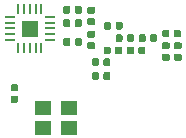
<source format=gbr>
G04 #@! TF.GenerationSoftware,KiCad,Pcbnew,(5.1.5-0-10_14)*
G04 #@! TF.CreationDate,2020-02-28T08:34:56+01:00*
G04 #@! TF.ProjectId,CC1101_Module,43433131-3031-45f4-9d6f-64756c652e6b,rev?*
G04 #@! TF.SameCoordinates,Original*
G04 #@! TF.FileFunction,Paste,Top*
G04 #@! TF.FilePolarity,Positive*
%FSLAX46Y46*%
G04 Gerber Fmt 4.6, Leading zero omitted, Abs format (unit mm)*
G04 Created by KiCad (PCBNEW (5.1.5-0-10_14)) date 2020-02-28 08:34:56*
%MOMM*%
%LPD*%
G04 APERTURE LIST*
%ADD10C,0.010000*%
%ADD11C,0.100000*%
%ADD12R,1.400000X1.200000*%
%ADD13R,0.890000X0.260000*%
%ADD14R,0.260000X0.890000*%
G04 APERTURE END LIST*
D10*
G36*
X58069400Y-45166200D02*
G01*
X59329400Y-45166200D01*
X59329400Y-46426200D01*
X58069400Y-46426200D01*
X58069400Y-45166200D01*
G37*
X58069400Y-45166200D02*
X59329400Y-45166200D01*
X59329400Y-46426200D01*
X58069400Y-46426200D01*
X58069400Y-45166200D01*
D11*
G36*
X71433958Y-47942710D02*
G01*
X71448276Y-47944834D01*
X71462317Y-47948351D01*
X71475946Y-47953228D01*
X71489031Y-47959417D01*
X71501447Y-47966858D01*
X71513073Y-47975481D01*
X71523798Y-47985202D01*
X71533519Y-47995927D01*
X71542142Y-48007553D01*
X71549583Y-48019969D01*
X71555772Y-48033054D01*
X71560649Y-48046683D01*
X71564166Y-48060724D01*
X71566290Y-48075042D01*
X71567000Y-48089500D01*
X71567000Y-48384500D01*
X71566290Y-48398958D01*
X71564166Y-48413276D01*
X71560649Y-48427317D01*
X71555772Y-48440946D01*
X71549583Y-48454031D01*
X71542142Y-48466447D01*
X71533519Y-48478073D01*
X71523798Y-48488798D01*
X71513073Y-48498519D01*
X71501447Y-48507142D01*
X71489031Y-48514583D01*
X71475946Y-48520772D01*
X71462317Y-48525649D01*
X71448276Y-48529166D01*
X71433958Y-48531290D01*
X71419500Y-48532000D01*
X71074500Y-48532000D01*
X71060042Y-48531290D01*
X71045724Y-48529166D01*
X71031683Y-48525649D01*
X71018054Y-48520772D01*
X71004969Y-48514583D01*
X70992553Y-48507142D01*
X70980927Y-48498519D01*
X70970202Y-48488798D01*
X70960481Y-48478073D01*
X70951858Y-48466447D01*
X70944417Y-48454031D01*
X70938228Y-48440946D01*
X70933351Y-48427317D01*
X70929834Y-48413276D01*
X70927710Y-48398958D01*
X70927000Y-48384500D01*
X70927000Y-48089500D01*
X70927710Y-48075042D01*
X70929834Y-48060724D01*
X70933351Y-48046683D01*
X70938228Y-48033054D01*
X70944417Y-48019969D01*
X70951858Y-48007553D01*
X70960481Y-47995927D01*
X70970202Y-47985202D01*
X70980927Y-47975481D01*
X70992553Y-47966858D01*
X71004969Y-47959417D01*
X71018054Y-47953228D01*
X71031683Y-47948351D01*
X71045724Y-47944834D01*
X71060042Y-47942710D01*
X71074500Y-47942000D01*
X71419500Y-47942000D01*
X71433958Y-47942710D01*
G37*
G36*
X71433958Y-46972710D02*
G01*
X71448276Y-46974834D01*
X71462317Y-46978351D01*
X71475946Y-46983228D01*
X71489031Y-46989417D01*
X71501447Y-46996858D01*
X71513073Y-47005481D01*
X71523798Y-47015202D01*
X71533519Y-47025927D01*
X71542142Y-47037553D01*
X71549583Y-47049969D01*
X71555772Y-47063054D01*
X71560649Y-47076683D01*
X71564166Y-47090724D01*
X71566290Y-47105042D01*
X71567000Y-47119500D01*
X71567000Y-47414500D01*
X71566290Y-47428958D01*
X71564166Y-47443276D01*
X71560649Y-47457317D01*
X71555772Y-47470946D01*
X71549583Y-47484031D01*
X71542142Y-47496447D01*
X71533519Y-47508073D01*
X71523798Y-47518798D01*
X71513073Y-47528519D01*
X71501447Y-47537142D01*
X71489031Y-47544583D01*
X71475946Y-47550772D01*
X71462317Y-47555649D01*
X71448276Y-47559166D01*
X71433958Y-47561290D01*
X71419500Y-47562000D01*
X71074500Y-47562000D01*
X71060042Y-47561290D01*
X71045724Y-47559166D01*
X71031683Y-47555649D01*
X71018054Y-47550772D01*
X71004969Y-47544583D01*
X70992553Y-47537142D01*
X70980927Y-47528519D01*
X70970202Y-47518798D01*
X70960481Y-47508073D01*
X70951858Y-47496447D01*
X70944417Y-47484031D01*
X70938228Y-47470946D01*
X70933351Y-47457317D01*
X70929834Y-47443276D01*
X70927710Y-47428958D01*
X70927000Y-47414500D01*
X70927000Y-47119500D01*
X70927710Y-47105042D01*
X70929834Y-47090724D01*
X70933351Y-47076683D01*
X70938228Y-47063054D01*
X70944417Y-47049969D01*
X70951858Y-47037553D01*
X70960481Y-47025927D01*
X70970202Y-47015202D01*
X70980927Y-47005481D01*
X70992553Y-46996858D01*
X71004969Y-46989417D01*
X71018054Y-46983228D01*
X71031683Y-46978351D01*
X71045724Y-46974834D01*
X71060042Y-46972710D01*
X71074500Y-46972000D01*
X71419500Y-46972000D01*
X71433958Y-46972710D01*
G37*
G36*
X70417958Y-46972710D02*
G01*
X70432276Y-46974834D01*
X70446317Y-46978351D01*
X70459946Y-46983228D01*
X70473031Y-46989417D01*
X70485447Y-46996858D01*
X70497073Y-47005481D01*
X70507798Y-47015202D01*
X70517519Y-47025927D01*
X70526142Y-47037553D01*
X70533583Y-47049969D01*
X70539772Y-47063054D01*
X70544649Y-47076683D01*
X70548166Y-47090724D01*
X70550290Y-47105042D01*
X70551000Y-47119500D01*
X70551000Y-47414500D01*
X70550290Y-47428958D01*
X70548166Y-47443276D01*
X70544649Y-47457317D01*
X70539772Y-47470946D01*
X70533583Y-47484031D01*
X70526142Y-47496447D01*
X70517519Y-47508073D01*
X70507798Y-47518798D01*
X70497073Y-47528519D01*
X70485447Y-47537142D01*
X70473031Y-47544583D01*
X70459946Y-47550772D01*
X70446317Y-47555649D01*
X70432276Y-47559166D01*
X70417958Y-47561290D01*
X70403500Y-47562000D01*
X70058500Y-47562000D01*
X70044042Y-47561290D01*
X70029724Y-47559166D01*
X70015683Y-47555649D01*
X70002054Y-47550772D01*
X69988969Y-47544583D01*
X69976553Y-47537142D01*
X69964927Y-47528519D01*
X69954202Y-47518798D01*
X69944481Y-47508073D01*
X69935858Y-47496447D01*
X69928417Y-47484031D01*
X69922228Y-47470946D01*
X69917351Y-47457317D01*
X69913834Y-47443276D01*
X69911710Y-47428958D01*
X69911000Y-47414500D01*
X69911000Y-47119500D01*
X69911710Y-47105042D01*
X69913834Y-47090724D01*
X69917351Y-47076683D01*
X69922228Y-47063054D01*
X69928417Y-47049969D01*
X69935858Y-47037553D01*
X69944481Y-47025927D01*
X69954202Y-47015202D01*
X69964927Y-47005481D01*
X69976553Y-46996858D01*
X69988969Y-46989417D01*
X70002054Y-46983228D01*
X70015683Y-46978351D01*
X70029724Y-46974834D01*
X70044042Y-46972710D01*
X70058500Y-46972000D01*
X70403500Y-46972000D01*
X70417958Y-46972710D01*
G37*
G36*
X70417958Y-47942710D02*
G01*
X70432276Y-47944834D01*
X70446317Y-47948351D01*
X70459946Y-47953228D01*
X70473031Y-47959417D01*
X70485447Y-47966858D01*
X70497073Y-47975481D01*
X70507798Y-47985202D01*
X70517519Y-47995927D01*
X70526142Y-48007553D01*
X70533583Y-48019969D01*
X70539772Y-48033054D01*
X70544649Y-48046683D01*
X70548166Y-48060724D01*
X70550290Y-48075042D01*
X70551000Y-48089500D01*
X70551000Y-48384500D01*
X70550290Y-48398958D01*
X70548166Y-48413276D01*
X70544649Y-48427317D01*
X70539772Y-48440946D01*
X70533583Y-48454031D01*
X70526142Y-48466447D01*
X70517519Y-48478073D01*
X70507798Y-48488798D01*
X70497073Y-48498519D01*
X70485447Y-48507142D01*
X70473031Y-48514583D01*
X70459946Y-48520772D01*
X70446317Y-48525649D01*
X70432276Y-48529166D01*
X70417958Y-48531290D01*
X70403500Y-48532000D01*
X70058500Y-48532000D01*
X70044042Y-48531290D01*
X70029724Y-48529166D01*
X70015683Y-48525649D01*
X70002054Y-48520772D01*
X69988969Y-48514583D01*
X69976553Y-48507142D01*
X69964927Y-48498519D01*
X69954202Y-48488798D01*
X69944481Y-48478073D01*
X69935858Y-48466447D01*
X69928417Y-48454031D01*
X69922228Y-48440946D01*
X69917351Y-48427317D01*
X69913834Y-48413276D01*
X69911710Y-48398958D01*
X69911000Y-48384500D01*
X69911000Y-48089500D01*
X69911710Y-48075042D01*
X69913834Y-48060724D01*
X69917351Y-48046683D01*
X69922228Y-48033054D01*
X69928417Y-48019969D01*
X69935858Y-48007553D01*
X69944481Y-47995927D01*
X69954202Y-47985202D01*
X69964927Y-47975481D01*
X69976553Y-47966858D01*
X69988969Y-47959417D01*
X70002054Y-47953228D01*
X70015683Y-47948351D01*
X70029724Y-47944834D01*
X70044042Y-47942710D01*
X70058500Y-47942000D01*
X70403500Y-47942000D01*
X70417958Y-47942710D01*
G37*
G36*
X70390558Y-45908710D02*
G01*
X70404876Y-45910834D01*
X70418917Y-45914351D01*
X70432546Y-45919228D01*
X70445631Y-45925417D01*
X70458047Y-45932858D01*
X70469673Y-45941481D01*
X70480398Y-45951202D01*
X70490119Y-45961927D01*
X70498742Y-45973553D01*
X70506183Y-45985969D01*
X70512372Y-45999054D01*
X70517249Y-46012683D01*
X70520766Y-46026724D01*
X70522890Y-46041042D01*
X70523600Y-46055500D01*
X70523600Y-46400500D01*
X70522890Y-46414958D01*
X70520766Y-46429276D01*
X70517249Y-46443317D01*
X70512372Y-46456946D01*
X70506183Y-46470031D01*
X70498742Y-46482447D01*
X70490119Y-46494073D01*
X70480398Y-46504798D01*
X70469673Y-46514519D01*
X70458047Y-46523142D01*
X70445631Y-46530583D01*
X70432546Y-46536772D01*
X70418917Y-46541649D01*
X70404876Y-46545166D01*
X70390558Y-46547290D01*
X70376100Y-46548000D01*
X70081100Y-46548000D01*
X70066642Y-46547290D01*
X70052324Y-46545166D01*
X70038283Y-46541649D01*
X70024654Y-46536772D01*
X70011569Y-46530583D01*
X69999153Y-46523142D01*
X69987527Y-46514519D01*
X69976802Y-46504798D01*
X69967081Y-46494073D01*
X69958458Y-46482447D01*
X69951017Y-46470031D01*
X69944828Y-46456946D01*
X69939951Y-46443317D01*
X69936434Y-46429276D01*
X69934310Y-46414958D01*
X69933600Y-46400500D01*
X69933600Y-46055500D01*
X69934310Y-46041042D01*
X69936434Y-46026724D01*
X69939951Y-46012683D01*
X69944828Y-45999054D01*
X69951017Y-45985969D01*
X69958458Y-45973553D01*
X69967081Y-45961927D01*
X69976802Y-45951202D01*
X69987527Y-45941481D01*
X69999153Y-45932858D01*
X70011569Y-45925417D01*
X70024654Y-45919228D01*
X70038283Y-45914351D01*
X70052324Y-45910834D01*
X70066642Y-45908710D01*
X70081100Y-45908000D01*
X70376100Y-45908000D01*
X70390558Y-45908710D01*
G37*
G36*
X71360558Y-45908710D02*
G01*
X71374876Y-45910834D01*
X71388917Y-45914351D01*
X71402546Y-45919228D01*
X71415631Y-45925417D01*
X71428047Y-45932858D01*
X71439673Y-45941481D01*
X71450398Y-45951202D01*
X71460119Y-45961927D01*
X71468742Y-45973553D01*
X71476183Y-45985969D01*
X71482372Y-45999054D01*
X71487249Y-46012683D01*
X71490766Y-46026724D01*
X71492890Y-46041042D01*
X71493600Y-46055500D01*
X71493600Y-46400500D01*
X71492890Y-46414958D01*
X71490766Y-46429276D01*
X71487249Y-46443317D01*
X71482372Y-46456946D01*
X71476183Y-46470031D01*
X71468742Y-46482447D01*
X71460119Y-46494073D01*
X71450398Y-46504798D01*
X71439673Y-46514519D01*
X71428047Y-46523142D01*
X71415631Y-46530583D01*
X71402546Y-46536772D01*
X71388917Y-46541649D01*
X71374876Y-46545166D01*
X71360558Y-46547290D01*
X71346100Y-46548000D01*
X71051100Y-46548000D01*
X71036642Y-46547290D01*
X71022324Y-46545166D01*
X71008283Y-46541649D01*
X70994654Y-46536772D01*
X70981569Y-46530583D01*
X70969153Y-46523142D01*
X70957527Y-46514519D01*
X70946802Y-46504798D01*
X70937081Y-46494073D01*
X70928458Y-46482447D01*
X70921017Y-46470031D01*
X70914828Y-46456946D01*
X70909951Y-46443317D01*
X70906434Y-46429276D01*
X70904310Y-46414958D01*
X70903600Y-46400500D01*
X70903600Y-46055500D01*
X70904310Y-46041042D01*
X70906434Y-46026724D01*
X70909951Y-46012683D01*
X70914828Y-45999054D01*
X70921017Y-45985969D01*
X70928458Y-45973553D01*
X70937081Y-45961927D01*
X70946802Y-45951202D01*
X70957527Y-45941481D01*
X70969153Y-45932858D01*
X70981569Y-45925417D01*
X70994654Y-45919228D01*
X71008283Y-45914351D01*
X71022324Y-45910834D01*
X71036642Y-45908710D01*
X71051100Y-45908000D01*
X71346100Y-45908000D01*
X71360558Y-45908710D01*
G37*
D12*
X62060000Y-54190000D03*
X59860000Y-54190000D03*
X59860000Y-52490000D03*
X62060000Y-52490000D03*
D13*
X60389400Y-44796200D03*
X60389400Y-45296200D03*
X60389400Y-45796200D03*
X60389400Y-46296200D03*
X60389400Y-46796200D03*
X57009400Y-46796200D03*
X57009400Y-46296200D03*
X57009400Y-45796200D03*
X57009400Y-45296200D03*
X57009400Y-44796200D03*
D14*
X57699400Y-44106200D03*
X58199400Y-44106200D03*
X58699400Y-44106200D03*
X59199400Y-44106200D03*
X59699400Y-44106200D03*
X59699400Y-47486200D03*
X59199400Y-47486200D03*
X58699400Y-47486200D03*
X58199400Y-47486200D03*
X57699400Y-47486200D03*
D11*
G36*
X62008558Y-43902110D02*
G01*
X62022876Y-43904234D01*
X62036917Y-43907751D01*
X62050546Y-43912628D01*
X62063631Y-43918817D01*
X62076047Y-43926258D01*
X62087673Y-43934881D01*
X62098398Y-43944602D01*
X62108119Y-43955327D01*
X62116742Y-43966953D01*
X62124183Y-43979369D01*
X62130372Y-43992454D01*
X62135249Y-44006083D01*
X62138766Y-44020124D01*
X62140890Y-44034442D01*
X62141600Y-44048900D01*
X62141600Y-44393900D01*
X62140890Y-44408358D01*
X62138766Y-44422676D01*
X62135249Y-44436717D01*
X62130372Y-44450346D01*
X62124183Y-44463431D01*
X62116742Y-44475847D01*
X62108119Y-44487473D01*
X62098398Y-44498198D01*
X62087673Y-44507919D01*
X62076047Y-44516542D01*
X62063631Y-44523983D01*
X62050546Y-44530172D01*
X62036917Y-44535049D01*
X62022876Y-44538566D01*
X62008558Y-44540690D01*
X61994100Y-44541400D01*
X61699100Y-44541400D01*
X61684642Y-44540690D01*
X61670324Y-44538566D01*
X61656283Y-44535049D01*
X61642654Y-44530172D01*
X61629569Y-44523983D01*
X61617153Y-44516542D01*
X61605527Y-44507919D01*
X61594802Y-44498198D01*
X61585081Y-44487473D01*
X61576458Y-44475847D01*
X61569017Y-44463431D01*
X61562828Y-44450346D01*
X61557951Y-44436717D01*
X61554434Y-44422676D01*
X61552310Y-44408358D01*
X61551600Y-44393900D01*
X61551600Y-44048900D01*
X61552310Y-44034442D01*
X61554434Y-44020124D01*
X61557951Y-44006083D01*
X61562828Y-43992454D01*
X61569017Y-43979369D01*
X61576458Y-43966953D01*
X61585081Y-43955327D01*
X61594802Y-43944602D01*
X61605527Y-43934881D01*
X61617153Y-43926258D01*
X61629569Y-43918817D01*
X61642654Y-43912628D01*
X61656283Y-43907751D01*
X61670324Y-43904234D01*
X61684642Y-43902110D01*
X61699100Y-43901400D01*
X61994100Y-43901400D01*
X62008558Y-43902110D01*
G37*
G36*
X62978558Y-43902110D02*
G01*
X62992876Y-43904234D01*
X63006917Y-43907751D01*
X63020546Y-43912628D01*
X63033631Y-43918817D01*
X63046047Y-43926258D01*
X63057673Y-43934881D01*
X63068398Y-43944602D01*
X63078119Y-43955327D01*
X63086742Y-43966953D01*
X63094183Y-43979369D01*
X63100372Y-43992454D01*
X63105249Y-44006083D01*
X63108766Y-44020124D01*
X63110890Y-44034442D01*
X63111600Y-44048900D01*
X63111600Y-44393900D01*
X63110890Y-44408358D01*
X63108766Y-44422676D01*
X63105249Y-44436717D01*
X63100372Y-44450346D01*
X63094183Y-44463431D01*
X63086742Y-44475847D01*
X63078119Y-44487473D01*
X63068398Y-44498198D01*
X63057673Y-44507919D01*
X63046047Y-44516542D01*
X63033631Y-44523983D01*
X63020546Y-44530172D01*
X63006917Y-44535049D01*
X62992876Y-44538566D01*
X62978558Y-44540690D01*
X62964100Y-44541400D01*
X62669100Y-44541400D01*
X62654642Y-44540690D01*
X62640324Y-44538566D01*
X62626283Y-44535049D01*
X62612654Y-44530172D01*
X62599569Y-44523983D01*
X62587153Y-44516542D01*
X62575527Y-44507919D01*
X62564802Y-44498198D01*
X62555081Y-44487473D01*
X62546458Y-44475847D01*
X62539017Y-44463431D01*
X62532828Y-44450346D01*
X62527951Y-44436717D01*
X62524434Y-44422676D01*
X62522310Y-44408358D01*
X62521600Y-44393900D01*
X62521600Y-44048900D01*
X62522310Y-44034442D01*
X62524434Y-44020124D01*
X62527951Y-44006083D01*
X62532828Y-43992454D01*
X62539017Y-43979369D01*
X62546458Y-43966953D01*
X62555081Y-43955327D01*
X62564802Y-43944602D01*
X62575527Y-43934881D01*
X62587153Y-43926258D01*
X62599569Y-43918817D01*
X62612654Y-43912628D01*
X62626283Y-43907751D01*
X62640324Y-43904234D01*
X62654642Y-43902110D01*
X62669100Y-43901400D01*
X62964100Y-43901400D01*
X62978558Y-43902110D01*
G37*
G36*
X65462958Y-45248310D02*
G01*
X65477276Y-45250434D01*
X65491317Y-45253951D01*
X65504946Y-45258828D01*
X65518031Y-45265017D01*
X65530447Y-45272458D01*
X65542073Y-45281081D01*
X65552798Y-45290802D01*
X65562519Y-45301527D01*
X65571142Y-45313153D01*
X65578583Y-45325569D01*
X65584772Y-45338654D01*
X65589649Y-45352283D01*
X65593166Y-45366324D01*
X65595290Y-45380642D01*
X65596000Y-45395100D01*
X65596000Y-45740100D01*
X65595290Y-45754558D01*
X65593166Y-45768876D01*
X65589649Y-45782917D01*
X65584772Y-45796546D01*
X65578583Y-45809631D01*
X65571142Y-45822047D01*
X65562519Y-45833673D01*
X65552798Y-45844398D01*
X65542073Y-45854119D01*
X65530447Y-45862742D01*
X65518031Y-45870183D01*
X65504946Y-45876372D01*
X65491317Y-45881249D01*
X65477276Y-45884766D01*
X65462958Y-45886890D01*
X65448500Y-45887600D01*
X65153500Y-45887600D01*
X65139042Y-45886890D01*
X65124724Y-45884766D01*
X65110683Y-45881249D01*
X65097054Y-45876372D01*
X65083969Y-45870183D01*
X65071553Y-45862742D01*
X65059927Y-45854119D01*
X65049202Y-45844398D01*
X65039481Y-45833673D01*
X65030858Y-45822047D01*
X65023417Y-45809631D01*
X65017228Y-45796546D01*
X65012351Y-45782917D01*
X65008834Y-45768876D01*
X65006710Y-45754558D01*
X65006000Y-45740100D01*
X65006000Y-45395100D01*
X65006710Y-45380642D01*
X65008834Y-45366324D01*
X65012351Y-45352283D01*
X65017228Y-45338654D01*
X65023417Y-45325569D01*
X65030858Y-45313153D01*
X65039481Y-45301527D01*
X65049202Y-45290802D01*
X65059927Y-45281081D01*
X65071553Y-45272458D01*
X65083969Y-45265017D01*
X65097054Y-45258828D01*
X65110683Y-45253951D01*
X65124724Y-45250434D01*
X65139042Y-45248310D01*
X65153500Y-45247600D01*
X65448500Y-45247600D01*
X65462958Y-45248310D01*
G37*
G36*
X66432958Y-45248310D02*
G01*
X66447276Y-45250434D01*
X66461317Y-45253951D01*
X66474946Y-45258828D01*
X66488031Y-45265017D01*
X66500447Y-45272458D01*
X66512073Y-45281081D01*
X66522798Y-45290802D01*
X66532519Y-45301527D01*
X66541142Y-45313153D01*
X66548583Y-45325569D01*
X66554772Y-45338654D01*
X66559649Y-45352283D01*
X66563166Y-45366324D01*
X66565290Y-45380642D01*
X66566000Y-45395100D01*
X66566000Y-45740100D01*
X66565290Y-45754558D01*
X66563166Y-45768876D01*
X66559649Y-45782917D01*
X66554772Y-45796546D01*
X66548583Y-45809631D01*
X66541142Y-45822047D01*
X66532519Y-45833673D01*
X66522798Y-45844398D01*
X66512073Y-45854119D01*
X66500447Y-45862742D01*
X66488031Y-45870183D01*
X66474946Y-45876372D01*
X66461317Y-45881249D01*
X66447276Y-45884766D01*
X66432958Y-45886890D01*
X66418500Y-45887600D01*
X66123500Y-45887600D01*
X66109042Y-45886890D01*
X66094724Y-45884766D01*
X66080683Y-45881249D01*
X66067054Y-45876372D01*
X66053969Y-45870183D01*
X66041553Y-45862742D01*
X66029927Y-45854119D01*
X66019202Y-45844398D01*
X66009481Y-45833673D01*
X66000858Y-45822047D01*
X65993417Y-45809631D01*
X65987228Y-45796546D01*
X65982351Y-45782917D01*
X65978834Y-45768876D01*
X65976710Y-45754558D01*
X65976000Y-45740100D01*
X65976000Y-45395100D01*
X65976710Y-45380642D01*
X65978834Y-45366324D01*
X65982351Y-45352283D01*
X65987228Y-45338654D01*
X65993417Y-45325569D01*
X66000858Y-45313153D01*
X66009481Y-45301527D01*
X66019202Y-45290802D01*
X66029927Y-45281081D01*
X66041553Y-45272458D01*
X66053969Y-45265017D01*
X66067054Y-45258828D01*
X66080683Y-45253951D01*
X66094724Y-45250434D01*
X66109042Y-45248310D01*
X66123500Y-45247600D01*
X66418500Y-45247600D01*
X66432958Y-45248310D01*
G37*
G36*
X62978558Y-45019710D02*
G01*
X62992876Y-45021834D01*
X63006917Y-45025351D01*
X63020546Y-45030228D01*
X63033631Y-45036417D01*
X63046047Y-45043858D01*
X63057673Y-45052481D01*
X63068398Y-45062202D01*
X63078119Y-45072927D01*
X63086742Y-45084553D01*
X63094183Y-45096969D01*
X63100372Y-45110054D01*
X63105249Y-45123683D01*
X63108766Y-45137724D01*
X63110890Y-45152042D01*
X63111600Y-45166500D01*
X63111600Y-45511500D01*
X63110890Y-45525958D01*
X63108766Y-45540276D01*
X63105249Y-45554317D01*
X63100372Y-45567946D01*
X63094183Y-45581031D01*
X63086742Y-45593447D01*
X63078119Y-45605073D01*
X63068398Y-45615798D01*
X63057673Y-45625519D01*
X63046047Y-45634142D01*
X63033631Y-45641583D01*
X63020546Y-45647772D01*
X63006917Y-45652649D01*
X62992876Y-45656166D01*
X62978558Y-45658290D01*
X62964100Y-45659000D01*
X62669100Y-45659000D01*
X62654642Y-45658290D01*
X62640324Y-45656166D01*
X62626283Y-45652649D01*
X62612654Y-45647772D01*
X62599569Y-45641583D01*
X62587153Y-45634142D01*
X62575527Y-45625519D01*
X62564802Y-45615798D01*
X62555081Y-45605073D01*
X62546458Y-45593447D01*
X62539017Y-45581031D01*
X62532828Y-45567946D01*
X62527951Y-45554317D01*
X62524434Y-45540276D01*
X62522310Y-45525958D01*
X62521600Y-45511500D01*
X62521600Y-45166500D01*
X62522310Y-45152042D01*
X62524434Y-45137724D01*
X62527951Y-45123683D01*
X62532828Y-45110054D01*
X62539017Y-45096969D01*
X62546458Y-45084553D01*
X62555081Y-45072927D01*
X62564802Y-45062202D01*
X62575527Y-45052481D01*
X62587153Y-45043858D01*
X62599569Y-45036417D01*
X62612654Y-45030228D01*
X62626283Y-45025351D01*
X62640324Y-45021834D01*
X62654642Y-45019710D01*
X62669100Y-45019000D01*
X62964100Y-45019000D01*
X62978558Y-45019710D01*
G37*
G36*
X62008558Y-45019710D02*
G01*
X62022876Y-45021834D01*
X62036917Y-45025351D01*
X62050546Y-45030228D01*
X62063631Y-45036417D01*
X62076047Y-45043858D01*
X62087673Y-45052481D01*
X62098398Y-45062202D01*
X62108119Y-45072927D01*
X62116742Y-45084553D01*
X62124183Y-45096969D01*
X62130372Y-45110054D01*
X62135249Y-45123683D01*
X62138766Y-45137724D01*
X62140890Y-45152042D01*
X62141600Y-45166500D01*
X62141600Y-45511500D01*
X62140890Y-45525958D01*
X62138766Y-45540276D01*
X62135249Y-45554317D01*
X62130372Y-45567946D01*
X62124183Y-45581031D01*
X62116742Y-45593447D01*
X62108119Y-45605073D01*
X62098398Y-45615798D01*
X62087673Y-45625519D01*
X62076047Y-45634142D01*
X62063631Y-45641583D01*
X62050546Y-45647772D01*
X62036917Y-45652649D01*
X62022876Y-45656166D01*
X62008558Y-45658290D01*
X61994100Y-45659000D01*
X61699100Y-45659000D01*
X61684642Y-45658290D01*
X61670324Y-45656166D01*
X61656283Y-45652649D01*
X61642654Y-45647772D01*
X61629569Y-45641583D01*
X61617153Y-45634142D01*
X61605527Y-45625519D01*
X61594802Y-45615798D01*
X61585081Y-45605073D01*
X61576458Y-45593447D01*
X61569017Y-45581031D01*
X61562828Y-45567946D01*
X61557951Y-45554317D01*
X61554434Y-45540276D01*
X61552310Y-45525958D01*
X61551600Y-45511500D01*
X61551600Y-45166500D01*
X61552310Y-45152042D01*
X61554434Y-45137724D01*
X61557951Y-45123683D01*
X61562828Y-45110054D01*
X61569017Y-45096969D01*
X61576458Y-45084553D01*
X61585081Y-45072927D01*
X61594802Y-45062202D01*
X61605527Y-45052481D01*
X61617153Y-45043858D01*
X61629569Y-45036417D01*
X61642654Y-45030228D01*
X61656283Y-45025351D01*
X61670324Y-45021834D01*
X61684642Y-45019710D01*
X61699100Y-45019000D01*
X61994100Y-45019000D01*
X62008558Y-45019710D01*
G37*
G36*
X68383958Y-46289710D02*
G01*
X68398276Y-46291834D01*
X68412317Y-46295351D01*
X68425946Y-46300228D01*
X68439031Y-46306417D01*
X68451447Y-46313858D01*
X68463073Y-46322481D01*
X68473798Y-46332202D01*
X68483519Y-46342927D01*
X68492142Y-46354553D01*
X68499583Y-46366969D01*
X68505772Y-46380054D01*
X68510649Y-46393683D01*
X68514166Y-46407724D01*
X68516290Y-46422042D01*
X68517000Y-46436500D01*
X68517000Y-46781500D01*
X68516290Y-46795958D01*
X68514166Y-46810276D01*
X68510649Y-46824317D01*
X68505772Y-46837946D01*
X68499583Y-46851031D01*
X68492142Y-46863447D01*
X68483519Y-46875073D01*
X68473798Y-46885798D01*
X68463073Y-46895519D01*
X68451447Y-46904142D01*
X68439031Y-46911583D01*
X68425946Y-46917772D01*
X68412317Y-46922649D01*
X68398276Y-46926166D01*
X68383958Y-46928290D01*
X68369500Y-46929000D01*
X68074500Y-46929000D01*
X68060042Y-46928290D01*
X68045724Y-46926166D01*
X68031683Y-46922649D01*
X68018054Y-46917772D01*
X68004969Y-46911583D01*
X67992553Y-46904142D01*
X67980927Y-46895519D01*
X67970202Y-46885798D01*
X67960481Y-46875073D01*
X67951858Y-46863447D01*
X67944417Y-46851031D01*
X67938228Y-46837946D01*
X67933351Y-46824317D01*
X67929834Y-46810276D01*
X67927710Y-46795958D01*
X67927000Y-46781500D01*
X67927000Y-46436500D01*
X67927710Y-46422042D01*
X67929834Y-46407724D01*
X67933351Y-46393683D01*
X67938228Y-46380054D01*
X67944417Y-46366969D01*
X67951858Y-46354553D01*
X67960481Y-46342927D01*
X67970202Y-46332202D01*
X67980927Y-46322481D01*
X67992553Y-46313858D01*
X68004969Y-46306417D01*
X68018054Y-46300228D01*
X68031683Y-46295351D01*
X68045724Y-46291834D01*
X68060042Y-46289710D01*
X68074500Y-46289000D01*
X68369500Y-46289000D01*
X68383958Y-46289710D01*
G37*
G36*
X69353958Y-46289710D02*
G01*
X69368276Y-46291834D01*
X69382317Y-46295351D01*
X69395946Y-46300228D01*
X69409031Y-46306417D01*
X69421447Y-46313858D01*
X69433073Y-46322481D01*
X69443798Y-46332202D01*
X69453519Y-46342927D01*
X69462142Y-46354553D01*
X69469583Y-46366969D01*
X69475772Y-46380054D01*
X69480649Y-46393683D01*
X69484166Y-46407724D01*
X69486290Y-46422042D01*
X69487000Y-46436500D01*
X69487000Y-46781500D01*
X69486290Y-46795958D01*
X69484166Y-46810276D01*
X69480649Y-46824317D01*
X69475772Y-46837946D01*
X69469583Y-46851031D01*
X69462142Y-46863447D01*
X69453519Y-46875073D01*
X69443798Y-46885798D01*
X69433073Y-46895519D01*
X69421447Y-46904142D01*
X69409031Y-46911583D01*
X69395946Y-46917772D01*
X69382317Y-46922649D01*
X69368276Y-46926166D01*
X69353958Y-46928290D01*
X69339500Y-46929000D01*
X69044500Y-46929000D01*
X69030042Y-46928290D01*
X69015724Y-46926166D01*
X69001683Y-46922649D01*
X68988054Y-46917772D01*
X68974969Y-46911583D01*
X68962553Y-46904142D01*
X68950927Y-46895519D01*
X68940202Y-46885798D01*
X68930481Y-46875073D01*
X68921858Y-46863447D01*
X68914417Y-46851031D01*
X68908228Y-46837946D01*
X68903351Y-46824317D01*
X68899834Y-46810276D01*
X68897710Y-46795958D01*
X68897000Y-46781500D01*
X68897000Y-46436500D01*
X68897710Y-46422042D01*
X68899834Y-46407724D01*
X68903351Y-46393683D01*
X68908228Y-46380054D01*
X68914417Y-46366969D01*
X68921858Y-46354553D01*
X68930481Y-46342927D01*
X68940202Y-46332202D01*
X68950927Y-46322481D01*
X68962553Y-46313858D01*
X68974969Y-46306417D01*
X68988054Y-46300228D01*
X69001683Y-46295351D01*
X69015724Y-46291834D01*
X69030042Y-46289710D01*
X69044500Y-46289000D01*
X69339500Y-46289000D01*
X69353958Y-46289710D01*
G37*
G36*
X66428158Y-46289710D02*
G01*
X66442476Y-46291834D01*
X66456517Y-46295351D01*
X66470146Y-46300228D01*
X66483231Y-46306417D01*
X66495647Y-46313858D01*
X66507273Y-46322481D01*
X66517998Y-46332202D01*
X66527719Y-46342927D01*
X66536342Y-46354553D01*
X66543783Y-46366969D01*
X66549972Y-46380054D01*
X66554849Y-46393683D01*
X66558366Y-46407724D01*
X66560490Y-46422042D01*
X66561200Y-46436500D01*
X66561200Y-46781500D01*
X66560490Y-46795958D01*
X66558366Y-46810276D01*
X66554849Y-46824317D01*
X66549972Y-46837946D01*
X66543783Y-46851031D01*
X66536342Y-46863447D01*
X66527719Y-46875073D01*
X66517998Y-46885798D01*
X66507273Y-46895519D01*
X66495647Y-46904142D01*
X66483231Y-46911583D01*
X66470146Y-46917772D01*
X66456517Y-46922649D01*
X66442476Y-46926166D01*
X66428158Y-46928290D01*
X66413700Y-46929000D01*
X66118700Y-46929000D01*
X66104242Y-46928290D01*
X66089924Y-46926166D01*
X66075883Y-46922649D01*
X66062254Y-46917772D01*
X66049169Y-46911583D01*
X66036753Y-46904142D01*
X66025127Y-46895519D01*
X66014402Y-46885798D01*
X66004681Y-46875073D01*
X65996058Y-46863447D01*
X65988617Y-46851031D01*
X65982428Y-46837946D01*
X65977551Y-46824317D01*
X65974034Y-46810276D01*
X65971910Y-46795958D01*
X65971200Y-46781500D01*
X65971200Y-46436500D01*
X65971910Y-46422042D01*
X65974034Y-46407724D01*
X65977551Y-46393683D01*
X65982428Y-46380054D01*
X65988617Y-46366969D01*
X65996058Y-46354553D01*
X66004681Y-46342927D01*
X66014402Y-46332202D01*
X66025127Y-46322481D01*
X66036753Y-46313858D01*
X66049169Y-46306417D01*
X66062254Y-46300228D01*
X66075883Y-46295351D01*
X66089924Y-46291834D01*
X66104242Y-46289710D01*
X66118700Y-46289000D01*
X66413700Y-46289000D01*
X66428158Y-46289710D01*
G37*
G36*
X67398158Y-46289710D02*
G01*
X67412476Y-46291834D01*
X67426517Y-46295351D01*
X67440146Y-46300228D01*
X67453231Y-46306417D01*
X67465647Y-46313858D01*
X67477273Y-46322481D01*
X67487998Y-46332202D01*
X67497719Y-46342927D01*
X67506342Y-46354553D01*
X67513783Y-46366969D01*
X67519972Y-46380054D01*
X67524849Y-46393683D01*
X67528366Y-46407724D01*
X67530490Y-46422042D01*
X67531200Y-46436500D01*
X67531200Y-46781500D01*
X67530490Y-46795958D01*
X67528366Y-46810276D01*
X67524849Y-46824317D01*
X67519972Y-46837946D01*
X67513783Y-46851031D01*
X67506342Y-46863447D01*
X67497719Y-46875073D01*
X67487998Y-46885798D01*
X67477273Y-46895519D01*
X67465647Y-46904142D01*
X67453231Y-46911583D01*
X67440146Y-46917772D01*
X67426517Y-46922649D01*
X67412476Y-46926166D01*
X67398158Y-46928290D01*
X67383700Y-46929000D01*
X67088700Y-46929000D01*
X67074242Y-46928290D01*
X67059924Y-46926166D01*
X67045883Y-46922649D01*
X67032254Y-46917772D01*
X67019169Y-46911583D01*
X67006753Y-46904142D01*
X66995127Y-46895519D01*
X66984402Y-46885798D01*
X66974681Y-46875073D01*
X66966058Y-46863447D01*
X66958617Y-46851031D01*
X66952428Y-46837946D01*
X66947551Y-46824317D01*
X66944034Y-46810276D01*
X66941910Y-46795958D01*
X66941200Y-46781500D01*
X66941200Y-46436500D01*
X66941910Y-46422042D01*
X66944034Y-46407724D01*
X66947551Y-46393683D01*
X66952428Y-46380054D01*
X66958617Y-46366969D01*
X66966058Y-46354553D01*
X66974681Y-46342927D01*
X66984402Y-46332202D01*
X66995127Y-46322481D01*
X67006753Y-46313858D01*
X67019169Y-46306417D01*
X67032254Y-46300228D01*
X67045883Y-46295351D01*
X67059924Y-46291834D01*
X67074242Y-46289710D01*
X67088700Y-46289000D01*
X67383700Y-46289000D01*
X67398158Y-46289710D01*
G37*
G36*
X65404258Y-48334410D02*
G01*
X65418576Y-48336534D01*
X65432617Y-48340051D01*
X65446246Y-48344928D01*
X65459331Y-48351117D01*
X65471747Y-48358558D01*
X65483373Y-48367181D01*
X65494098Y-48376902D01*
X65503819Y-48387627D01*
X65512442Y-48399253D01*
X65519883Y-48411669D01*
X65526072Y-48424754D01*
X65530949Y-48438383D01*
X65534466Y-48452424D01*
X65536590Y-48466742D01*
X65537300Y-48481200D01*
X65537300Y-48826200D01*
X65536590Y-48840658D01*
X65534466Y-48854976D01*
X65530949Y-48869017D01*
X65526072Y-48882646D01*
X65519883Y-48895731D01*
X65512442Y-48908147D01*
X65503819Y-48919773D01*
X65494098Y-48930498D01*
X65483373Y-48940219D01*
X65471747Y-48948842D01*
X65459331Y-48956283D01*
X65446246Y-48962472D01*
X65432617Y-48967349D01*
X65418576Y-48970866D01*
X65404258Y-48972990D01*
X65389800Y-48973700D01*
X65094800Y-48973700D01*
X65080342Y-48972990D01*
X65066024Y-48970866D01*
X65051983Y-48967349D01*
X65038354Y-48962472D01*
X65025269Y-48956283D01*
X65012853Y-48948842D01*
X65001227Y-48940219D01*
X64990502Y-48930498D01*
X64980781Y-48919773D01*
X64972158Y-48908147D01*
X64964717Y-48895731D01*
X64958528Y-48882646D01*
X64953651Y-48869017D01*
X64950134Y-48854976D01*
X64948010Y-48840658D01*
X64947300Y-48826200D01*
X64947300Y-48481200D01*
X64948010Y-48466742D01*
X64950134Y-48452424D01*
X64953651Y-48438383D01*
X64958528Y-48424754D01*
X64964717Y-48411669D01*
X64972158Y-48399253D01*
X64980781Y-48387627D01*
X64990502Y-48376902D01*
X65001227Y-48367181D01*
X65012853Y-48358558D01*
X65025269Y-48351117D01*
X65038354Y-48344928D01*
X65051983Y-48340051D01*
X65066024Y-48336534D01*
X65080342Y-48334410D01*
X65094800Y-48333700D01*
X65389800Y-48333700D01*
X65404258Y-48334410D01*
G37*
G36*
X64434258Y-48334410D02*
G01*
X64448576Y-48336534D01*
X64462617Y-48340051D01*
X64476246Y-48344928D01*
X64489331Y-48351117D01*
X64501747Y-48358558D01*
X64513373Y-48367181D01*
X64524098Y-48376902D01*
X64533819Y-48387627D01*
X64542442Y-48399253D01*
X64549883Y-48411669D01*
X64556072Y-48424754D01*
X64560949Y-48438383D01*
X64564466Y-48452424D01*
X64566590Y-48466742D01*
X64567300Y-48481200D01*
X64567300Y-48826200D01*
X64566590Y-48840658D01*
X64564466Y-48854976D01*
X64560949Y-48869017D01*
X64556072Y-48882646D01*
X64549883Y-48895731D01*
X64542442Y-48908147D01*
X64533819Y-48919773D01*
X64524098Y-48930498D01*
X64513373Y-48940219D01*
X64501747Y-48948842D01*
X64489331Y-48956283D01*
X64476246Y-48962472D01*
X64462617Y-48967349D01*
X64448576Y-48970866D01*
X64434258Y-48972990D01*
X64419800Y-48973700D01*
X64124800Y-48973700D01*
X64110342Y-48972990D01*
X64096024Y-48970866D01*
X64081983Y-48967349D01*
X64068354Y-48962472D01*
X64055269Y-48956283D01*
X64042853Y-48948842D01*
X64031227Y-48940219D01*
X64020502Y-48930498D01*
X64010781Y-48919773D01*
X64002158Y-48908147D01*
X63994717Y-48895731D01*
X63988528Y-48882646D01*
X63983651Y-48869017D01*
X63980134Y-48854976D01*
X63978010Y-48840658D01*
X63977300Y-48826200D01*
X63977300Y-48481200D01*
X63978010Y-48466742D01*
X63980134Y-48452424D01*
X63983651Y-48438383D01*
X63988528Y-48424754D01*
X63994717Y-48411669D01*
X64002158Y-48399253D01*
X64010781Y-48387627D01*
X64020502Y-48376902D01*
X64031227Y-48367181D01*
X64042853Y-48358558D01*
X64055269Y-48351117D01*
X64068354Y-48344928D01*
X64081983Y-48340051D01*
X64096024Y-48336534D01*
X64110342Y-48334410D01*
X64124800Y-48333700D01*
X64419800Y-48333700D01*
X64434258Y-48334410D01*
G37*
G36*
X62008558Y-46619910D02*
G01*
X62022876Y-46622034D01*
X62036917Y-46625551D01*
X62050546Y-46630428D01*
X62063631Y-46636617D01*
X62076047Y-46644058D01*
X62087673Y-46652681D01*
X62098398Y-46662402D01*
X62108119Y-46673127D01*
X62116742Y-46684753D01*
X62124183Y-46697169D01*
X62130372Y-46710254D01*
X62135249Y-46723883D01*
X62138766Y-46737924D01*
X62140890Y-46752242D01*
X62141600Y-46766700D01*
X62141600Y-47111700D01*
X62140890Y-47126158D01*
X62138766Y-47140476D01*
X62135249Y-47154517D01*
X62130372Y-47168146D01*
X62124183Y-47181231D01*
X62116742Y-47193647D01*
X62108119Y-47205273D01*
X62098398Y-47215998D01*
X62087673Y-47225719D01*
X62076047Y-47234342D01*
X62063631Y-47241783D01*
X62050546Y-47247972D01*
X62036917Y-47252849D01*
X62022876Y-47256366D01*
X62008558Y-47258490D01*
X61994100Y-47259200D01*
X61699100Y-47259200D01*
X61684642Y-47258490D01*
X61670324Y-47256366D01*
X61656283Y-47252849D01*
X61642654Y-47247972D01*
X61629569Y-47241783D01*
X61617153Y-47234342D01*
X61605527Y-47225719D01*
X61594802Y-47215998D01*
X61585081Y-47205273D01*
X61576458Y-47193647D01*
X61569017Y-47181231D01*
X61562828Y-47168146D01*
X61557951Y-47154517D01*
X61554434Y-47140476D01*
X61552310Y-47126158D01*
X61551600Y-47111700D01*
X61551600Y-46766700D01*
X61552310Y-46752242D01*
X61554434Y-46737924D01*
X61557951Y-46723883D01*
X61562828Y-46710254D01*
X61569017Y-46697169D01*
X61576458Y-46684753D01*
X61585081Y-46673127D01*
X61594802Y-46662402D01*
X61605527Y-46652681D01*
X61617153Y-46644058D01*
X61629569Y-46636617D01*
X61642654Y-46630428D01*
X61656283Y-46625551D01*
X61670324Y-46622034D01*
X61684642Y-46619910D01*
X61699100Y-46619200D01*
X61994100Y-46619200D01*
X62008558Y-46619910D01*
G37*
G36*
X62978558Y-46619910D02*
G01*
X62992876Y-46622034D01*
X63006917Y-46625551D01*
X63020546Y-46630428D01*
X63033631Y-46636617D01*
X63046047Y-46644058D01*
X63057673Y-46652681D01*
X63068398Y-46662402D01*
X63078119Y-46673127D01*
X63086742Y-46684753D01*
X63094183Y-46697169D01*
X63100372Y-46710254D01*
X63105249Y-46723883D01*
X63108766Y-46737924D01*
X63110890Y-46752242D01*
X63111600Y-46766700D01*
X63111600Y-47111700D01*
X63110890Y-47126158D01*
X63108766Y-47140476D01*
X63105249Y-47154517D01*
X63100372Y-47168146D01*
X63094183Y-47181231D01*
X63086742Y-47193647D01*
X63078119Y-47205273D01*
X63068398Y-47215998D01*
X63057673Y-47225719D01*
X63046047Y-47234342D01*
X63033631Y-47241783D01*
X63020546Y-47247972D01*
X63006917Y-47252849D01*
X62992876Y-47256366D01*
X62978558Y-47258490D01*
X62964100Y-47259200D01*
X62669100Y-47259200D01*
X62654642Y-47258490D01*
X62640324Y-47256366D01*
X62626283Y-47252849D01*
X62612654Y-47247972D01*
X62599569Y-47241783D01*
X62587153Y-47234342D01*
X62575527Y-47225719D01*
X62564802Y-47215998D01*
X62555081Y-47205273D01*
X62546458Y-47193647D01*
X62539017Y-47181231D01*
X62532828Y-47168146D01*
X62527951Y-47154517D01*
X62524434Y-47140476D01*
X62522310Y-47126158D01*
X62521600Y-47111700D01*
X62521600Y-46766700D01*
X62522310Y-46752242D01*
X62524434Y-46737924D01*
X62527951Y-46723883D01*
X62532828Y-46710254D01*
X62539017Y-46697169D01*
X62546458Y-46684753D01*
X62555081Y-46673127D01*
X62564802Y-46662402D01*
X62575527Y-46652681D01*
X62587153Y-46644058D01*
X62599569Y-46636617D01*
X62612654Y-46630428D01*
X62626283Y-46625551D01*
X62640324Y-46622034D01*
X62654642Y-46619910D01*
X62669100Y-46619200D01*
X62964100Y-46619200D01*
X62978558Y-46619910D01*
G37*
G36*
X64093358Y-44920110D02*
G01*
X64107676Y-44922234D01*
X64121717Y-44925751D01*
X64135346Y-44930628D01*
X64148431Y-44936817D01*
X64160847Y-44944258D01*
X64172473Y-44952881D01*
X64183198Y-44962602D01*
X64192919Y-44973327D01*
X64201542Y-44984953D01*
X64208983Y-44997369D01*
X64215172Y-45010454D01*
X64220049Y-45024083D01*
X64223566Y-45038124D01*
X64225690Y-45052442D01*
X64226400Y-45066900D01*
X64226400Y-45361900D01*
X64225690Y-45376358D01*
X64223566Y-45390676D01*
X64220049Y-45404717D01*
X64215172Y-45418346D01*
X64208983Y-45431431D01*
X64201542Y-45443847D01*
X64192919Y-45455473D01*
X64183198Y-45466198D01*
X64172473Y-45475919D01*
X64160847Y-45484542D01*
X64148431Y-45491983D01*
X64135346Y-45498172D01*
X64121717Y-45503049D01*
X64107676Y-45506566D01*
X64093358Y-45508690D01*
X64078900Y-45509400D01*
X63733900Y-45509400D01*
X63719442Y-45508690D01*
X63705124Y-45506566D01*
X63691083Y-45503049D01*
X63677454Y-45498172D01*
X63664369Y-45491983D01*
X63651953Y-45484542D01*
X63640327Y-45475919D01*
X63629602Y-45466198D01*
X63619881Y-45455473D01*
X63611258Y-45443847D01*
X63603817Y-45431431D01*
X63597628Y-45418346D01*
X63592751Y-45404717D01*
X63589234Y-45390676D01*
X63587110Y-45376358D01*
X63586400Y-45361900D01*
X63586400Y-45066900D01*
X63587110Y-45052442D01*
X63589234Y-45038124D01*
X63592751Y-45024083D01*
X63597628Y-45010454D01*
X63603817Y-44997369D01*
X63611258Y-44984953D01*
X63619881Y-44973327D01*
X63629602Y-44962602D01*
X63640327Y-44952881D01*
X63651953Y-44944258D01*
X63664369Y-44936817D01*
X63677454Y-44930628D01*
X63691083Y-44925751D01*
X63705124Y-44922234D01*
X63719442Y-44920110D01*
X63733900Y-44919400D01*
X64078900Y-44919400D01*
X64093358Y-44920110D01*
G37*
G36*
X64093358Y-43950110D02*
G01*
X64107676Y-43952234D01*
X64121717Y-43955751D01*
X64135346Y-43960628D01*
X64148431Y-43966817D01*
X64160847Y-43974258D01*
X64172473Y-43982881D01*
X64183198Y-43992602D01*
X64192919Y-44003327D01*
X64201542Y-44014953D01*
X64208983Y-44027369D01*
X64215172Y-44040454D01*
X64220049Y-44054083D01*
X64223566Y-44068124D01*
X64225690Y-44082442D01*
X64226400Y-44096900D01*
X64226400Y-44391900D01*
X64225690Y-44406358D01*
X64223566Y-44420676D01*
X64220049Y-44434717D01*
X64215172Y-44448346D01*
X64208983Y-44461431D01*
X64201542Y-44473847D01*
X64192919Y-44485473D01*
X64183198Y-44496198D01*
X64172473Y-44505919D01*
X64160847Y-44514542D01*
X64148431Y-44521983D01*
X64135346Y-44528172D01*
X64121717Y-44533049D01*
X64107676Y-44536566D01*
X64093358Y-44538690D01*
X64078900Y-44539400D01*
X63733900Y-44539400D01*
X63719442Y-44538690D01*
X63705124Y-44536566D01*
X63691083Y-44533049D01*
X63677454Y-44528172D01*
X63664369Y-44521983D01*
X63651953Y-44514542D01*
X63640327Y-44505919D01*
X63629602Y-44496198D01*
X63619881Y-44485473D01*
X63611258Y-44473847D01*
X63603817Y-44461431D01*
X63597628Y-44448346D01*
X63592751Y-44434717D01*
X63589234Y-44420676D01*
X63587110Y-44406358D01*
X63586400Y-44391900D01*
X63586400Y-44096900D01*
X63587110Y-44082442D01*
X63589234Y-44068124D01*
X63592751Y-44054083D01*
X63597628Y-44040454D01*
X63603817Y-44027369D01*
X63611258Y-44014953D01*
X63619881Y-44003327D01*
X63629602Y-43992602D01*
X63640327Y-43982881D01*
X63651953Y-43974258D01*
X63664369Y-43966817D01*
X63677454Y-43960628D01*
X63691083Y-43955751D01*
X63705124Y-43952234D01*
X63719442Y-43950110D01*
X63733900Y-43949400D01*
X64078900Y-43949400D01*
X64093358Y-43950110D01*
G37*
G36*
X65404258Y-49502810D02*
G01*
X65418576Y-49504934D01*
X65432617Y-49508451D01*
X65446246Y-49513328D01*
X65459331Y-49519517D01*
X65471747Y-49526958D01*
X65483373Y-49535581D01*
X65494098Y-49545302D01*
X65503819Y-49556027D01*
X65512442Y-49567653D01*
X65519883Y-49580069D01*
X65526072Y-49593154D01*
X65530949Y-49606783D01*
X65534466Y-49620824D01*
X65536590Y-49635142D01*
X65537300Y-49649600D01*
X65537300Y-49994600D01*
X65536590Y-50009058D01*
X65534466Y-50023376D01*
X65530949Y-50037417D01*
X65526072Y-50051046D01*
X65519883Y-50064131D01*
X65512442Y-50076547D01*
X65503819Y-50088173D01*
X65494098Y-50098898D01*
X65483373Y-50108619D01*
X65471747Y-50117242D01*
X65459331Y-50124683D01*
X65446246Y-50130872D01*
X65432617Y-50135749D01*
X65418576Y-50139266D01*
X65404258Y-50141390D01*
X65389800Y-50142100D01*
X65094800Y-50142100D01*
X65080342Y-50141390D01*
X65066024Y-50139266D01*
X65051983Y-50135749D01*
X65038354Y-50130872D01*
X65025269Y-50124683D01*
X65012853Y-50117242D01*
X65001227Y-50108619D01*
X64990502Y-50098898D01*
X64980781Y-50088173D01*
X64972158Y-50076547D01*
X64964717Y-50064131D01*
X64958528Y-50051046D01*
X64953651Y-50037417D01*
X64950134Y-50023376D01*
X64948010Y-50009058D01*
X64947300Y-49994600D01*
X64947300Y-49649600D01*
X64948010Y-49635142D01*
X64950134Y-49620824D01*
X64953651Y-49606783D01*
X64958528Y-49593154D01*
X64964717Y-49580069D01*
X64972158Y-49567653D01*
X64980781Y-49556027D01*
X64990502Y-49545302D01*
X65001227Y-49535581D01*
X65012853Y-49526958D01*
X65025269Y-49519517D01*
X65038354Y-49513328D01*
X65051983Y-49508451D01*
X65066024Y-49504934D01*
X65080342Y-49502810D01*
X65094800Y-49502100D01*
X65389800Y-49502100D01*
X65404258Y-49502810D01*
G37*
G36*
X64434258Y-49502810D02*
G01*
X64448576Y-49504934D01*
X64462617Y-49508451D01*
X64476246Y-49513328D01*
X64489331Y-49519517D01*
X64501747Y-49526958D01*
X64513373Y-49535581D01*
X64524098Y-49545302D01*
X64533819Y-49556027D01*
X64542442Y-49567653D01*
X64549883Y-49580069D01*
X64556072Y-49593154D01*
X64560949Y-49606783D01*
X64564466Y-49620824D01*
X64566590Y-49635142D01*
X64567300Y-49649600D01*
X64567300Y-49994600D01*
X64566590Y-50009058D01*
X64564466Y-50023376D01*
X64560949Y-50037417D01*
X64556072Y-50051046D01*
X64549883Y-50064131D01*
X64542442Y-50076547D01*
X64533819Y-50088173D01*
X64524098Y-50098898D01*
X64513373Y-50108619D01*
X64501747Y-50117242D01*
X64489331Y-50124683D01*
X64476246Y-50130872D01*
X64462617Y-50135749D01*
X64448576Y-50139266D01*
X64434258Y-50141390D01*
X64419800Y-50142100D01*
X64124800Y-50142100D01*
X64110342Y-50141390D01*
X64096024Y-50139266D01*
X64081983Y-50135749D01*
X64068354Y-50130872D01*
X64055269Y-50124683D01*
X64042853Y-50117242D01*
X64031227Y-50108619D01*
X64020502Y-50098898D01*
X64010781Y-50088173D01*
X64002158Y-50076547D01*
X63994717Y-50064131D01*
X63988528Y-50051046D01*
X63983651Y-50037417D01*
X63980134Y-50023376D01*
X63978010Y-50009058D01*
X63977300Y-49994600D01*
X63977300Y-49649600D01*
X63978010Y-49635142D01*
X63980134Y-49620824D01*
X63983651Y-49606783D01*
X63988528Y-49593154D01*
X63994717Y-49580069D01*
X64002158Y-49567653D01*
X64010781Y-49556027D01*
X64020502Y-49545302D01*
X64031227Y-49535581D01*
X64042853Y-49526958D01*
X64055269Y-49519517D01*
X64068354Y-49513328D01*
X64081983Y-49508451D01*
X64096024Y-49504934D01*
X64110342Y-49502810D01*
X64124800Y-49502100D01*
X64419800Y-49502100D01*
X64434258Y-49502810D01*
G37*
G36*
X68363358Y-47331110D02*
G01*
X68377676Y-47333234D01*
X68391717Y-47336751D01*
X68405346Y-47341628D01*
X68418431Y-47347817D01*
X68430847Y-47355258D01*
X68442473Y-47363881D01*
X68453198Y-47373602D01*
X68462919Y-47384327D01*
X68471542Y-47395953D01*
X68478983Y-47408369D01*
X68485172Y-47421454D01*
X68490049Y-47435083D01*
X68493566Y-47449124D01*
X68495690Y-47463442D01*
X68496400Y-47477900D01*
X68496400Y-47822900D01*
X68495690Y-47837358D01*
X68493566Y-47851676D01*
X68490049Y-47865717D01*
X68485172Y-47879346D01*
X68478983Y-47892431D01*
X68471542Y-47904847D01*
X68462919Y-47916473D01*
X68453198Y-47927198D01*
X68442473Y-47936919D01*
X68430847Y-47945542D01*
X68418431Y-47952983D01*
X68405346Y-47959172D01*
X68391717Y-47964049D01*
X68377676Y-47967566D01*
X68363358Y-47969690D01*
X68348900Y-47970400D01*
X68053900Y-47970400D01*
X68039442Y-47969690D01*
X68025124Y-47967566D01*
X68011083Y-47964049D01*
X67997454Y-47959172D01*
X67984369Y-47952983D01*
X67971953Y-47945542D01*
X67960327Y-47936919D01*
X67949602Y-47927198D01*
X67939881Y-47916473D01*
X67931258Y-47904847D01*
X67923817Y-47892431D01*
X67917628Y-47879346D01*
X67912751Y-47865717D01*
X67909234Y-47851676D01*
X67907110Y-47837358D01*
X67906400Y-47822900D01*
X67906400Y-47477900D01*
X67907110Y-47463442D01*
X67909234Y-47449124D01*
X67912751Y-47435083D01*
X67917628Y-47421454D01*
X67923817Y-47408369D01*
X67931258Y-47395953D01*
X67939881Y-47384327D01*
X67949602Y-47373602D01*
X67960327Y-47363881D01*
X67971953Y-47355258D01*
X67984369Y-47347817D01*
X67997454Y-47341628D01*
X68011083Y-47336751D01*
X68025124Y-47333234D01*
X68039442Y-47331110D01*
X68053900Y-47330400D01*
X68348900Y-47330400D01*
X68363358Y-47331110D01*
G37*
G36*
X67393358Y-47331110D02*
G01*
X67407676Y-47333234D01*
X67421717Y-47336751D01*
X67435346Y-47341628D01*
X67448431Y-47347817D01*
X67460847Y-47355258D01*
X67472473Y-47363881D01*
X67483198Y-47373602D01*
X67492919Y-47384327D01*
X67501542Y-47395953D01*
X67508983Y-47408369D01*
X67515172Y-47421454D01*
X67520049Y-47435083D01*
X67523566Y-47449124D01*
X67525690Y-47463442D01*
X67526400Y-47477900D01*
X67526400Y-47822900D01*
X67525690Y-47837358D01*
X67523566Y-47851676D01*
X67520049Y-47865717D01*
X67515172Y-47879346D01*
X67508983Y-47892431D01*
X67501542Y-47904847D01*
X67492919Y-47916473D01*
X67483198Y-47927198D01*
X67472473Y-47936919D01*
X67460847Y-47945542D01*
X67448431Y-47952983D01*
X67435346Y-47959172D01*
X67421717Y-47964049D01*
X67407676Y-47967566D01*
X67393358Y-47969690D01*
X67378900Y-47970400D01*
X67083900Y-47970400D01*
X67069442Y-47969690D01*
X67055124Y-47967566D01*
X67041083Y-47964049D01*
X67027454Y-47959172D01*
X67014369Y-47952983D01*
X67001953Y-47945542D01*
X66990327Y-47936919D01*
X66979602Y-47927198D01*
X66969881Y-47916473D01*
X66961258Y-47904847D01*
X66953817Y-47892431D01*
X66947628Y-47879346D01*
X66942751Y-47865717D01*
X66939234Y-47851676D01*
X66937110Y-47837358D01*
X66936400Y-47822900D01*
X66936400Y-47477900D01*
X66937110Y-47463442D01*
X66939234Y-47449124D01*
X66942751Y-47435083D01*
X66947628Y-47421454D01*
X66953817Y-47408369D01*
X66961258Y-47395953D01*
X66969881Y-47384327D01*
X66979602Y-47373602D01*
X66990327Y-47363881D01*
X67001953Y-47355258D01*
X67014369Y-47347817D01*
X67027454Y-47341628D01*
X67041083Y-47336751D01*
X67055124Y-47333234D01*
X67069442Y-47331110D01*
X67083900Y-47330400D01*
X67378900Y-47330400D01*
X67393358Y-47331110D01*
G37*
G36*
X66382158Y-47331110D02*
G01*
X66396476Y-47333234D01*
X66410517Y-47336751D01*
X66424146Y-47341628D01*
X66437231Y-47347817D01*
X66449647Y-47355258D01*
X66461273Y-47363881D01*
X66471998Y-47373602D01*
X66481719Y-47384327D01*
X66490342Y-47395953D01*
X66497783Y-47408369D01*
X66503972Y-47421454D01*
X66508849Y-47435083D01*
X66512366Y-47449124D01*
X66514490Y-47463442D01*
X66515200Y-47477900D01*
X66515200Y-47822900D01*
X66514490Y-47837358D01*
X66512366Y-47851676D01*
X66508849Y-47865717D01*
X66503972Y-47879346D01*
X66497783Y-47892431D01*
X66490342Y-47904847D01*
X66481719Y-47916473D01*
X66471998Y-47927198D01*
X66461273Y-47936919D01*
X66449647Y-47945542D01*
X66437231Y-47952983D01*
X66424146Y-47959172D01*
X66410517Y-47964049D01*
X66396476Y-47967566D01*
X66382158Y-47969690D01*
X66367700Y-47970400D01*
X66072700Y-47970400D01*
X66058242Y-47969690D01*
X66043924Y-47967566D01*
X66029883Y-47964049D01*
X66016254Y-47959172D01*
X66003169Y-47952983D01*
X65990753Y-47945542D01*
X65979127Y-47936919D01*
X65968402Y-47927198D01*
X65958681Y-47916473D01*
X65950058Y-47904847D01*
X65942617Y-47892431D01*
X65936428Y-47879346D01*
X65931551Y-47865717D01*
X65928034Y-47851676D01*
X65925910Y-47837358D01*
X65925200Y-47822900D01*
X65925200Y-47477900D01*
X65925910Y-47463442D01*
X65928034Y-47449124D01*
X65931551Y-47435083D01*
X65936428Y-47421454D01*
X65942617Y-47408369D01*
X65950058Y-47395953D01*
X65958681Y-47384327D01*
X65968402Y-47373602D01*
X65979127Y-47363881D01*
X65990753Y-47355258D01*
X66003169Y-47347817D01*
X66016254Y-47341628D01*
X66029883Y-47336751D01*
X66043924Y-47333234D01*
X66058242Y-47331110D01*
X66072700Y-47330400D01*
X66367700Y-47330400D01*
X66382158Y-47331110D01*
G37*
G36*
X65412158Y-47331110D02*
G01*
X65426476Y-47333234D01*
X65440517Y-47336751D01*
X65454146Y-47341628D01*
X65467231Y-47347817D01*
X65479647Y-47355258D01*
X65491273Y-47363881D01*
X65501998Y-47373602D01*
X65511719Y-47384327D01*
X65520342Y-47395953D01*
X65527783Y-47408369D01*
X65533972Y-47421454D01*
X65538849Y-47435083D01*
X65542366Y-47449124D01*
X65544490Y-47463442D01*
X65545200Y-47477900D01*
X65545200Y-47822900D01*
X65544490Y-47837358D01*
X65542366Y-47851676D01*
X65538849Y-47865717D01*
X65533972Y-47879346D01*
X65527783Y-47892431D01*
X65520342Y-47904847D01*
X65511719Y-47916473D01*
X65501998Y-47927198D01*
X65491273Y-47936919D01*
X65479647Y-47945542D01*
X65467231Y-47952983D01*
X65454146Y-47959172D01*
X65440517Y-47964049D01*
X65426476Y-47967566D01*
X65412158Y-47969690D01*
X65397700Y-47970400D01*
X65102700Y-47970400D01*
X65088242Y-47969690D01*
X65073924Y-47967566D01*
X65059883Y-47964049D01*
X65046254Y-47959172D01*
X65033169Y-47952983D01*
X65020753Y-47945542D01*
X65009127Y-47936919D01*
X64998402Y-47927198D01*
X64988681Y-47916473D01*
X64980058Y-47904847D01*
X64972617Y-47892431D01*
X64966428Y-47879346D01*
X64961551Y-47865717D01*
X64958034Y-47851676D01*
X64955910Y-47837358D01*
X64955200Y-47822900D01*
X64955200Y-47477900D01*
X64955910Y-47463442D01*
X64958034Y-47449124D01*
X64961551Y-47435083D01*
X64966428Y-47421454D01*
X64972617Y-47408369D01*
X64980058Y-47395953D01*
X64988681Y-47384327D01*
X64998402Y-47373602D01*
X65009127Y-47363881D01*
X65020753Y-47355258D01*
X65033169Y-47347817D01*
X65046254Y-47341628D01*
X65059883Y-47336751D01*
X65073924Y-47333234D01*
X65088242Y-47331110D01*
X65102700Y-47330400D01*
X65397700Y-47330400D01*
X65412158Y-47331110D01*
G37*
G36*
X64093358Y-46952110D02*
G01*
X64107676Y-46954234D01*
X64121717Y-46957751D01*
X64135346Y-46962628D01*
X64148431Y-46968817D01*
X64160847Y-46976258D01*
X64172473Y-46984881D01*
X64183198Y-46994602D01*
X64192919Y-47005327D01*
X64201542Y-47016953D01*
X64208983Y-47029369D01*
X64215172Y-47042454D01*
X64220049Y-47056083D01*
X64223566Y-47070124D01*
X64225690Y-47084442D01*
X64226400Y-47098900D01*
X64226400Y-47393900D01*
X64225690Y-47408358D01*
X64223566Y-47422676D01*
X64220049Y-47436717D01*
X64215172Y-47450346D01*
X64208983Y-47463431D01*
X64201542Y-47475847D01*
X64192919Y-47487473D01*
X64183198Y-47498198D01*
X64172473Y-47507919D01*
X64160847Y-47516542D01*
X64148431Y-47523983D01*
X64135346Y-47530172D01*
X64121717Y-47535049D01*
X64107676Y-47538566D01*
X64093358Y-47540690D01*
X64078900Y-47541400D01*
X63733900Y-47541400D01*
X63719442Y-47540690D01*
X63705124Y-47538566D01*
X63691083Y-47535049D01*
X63677454Y-47530172D01*
X63664369Y-47523983D01*
X63651953Y-47516542D01*
X63640327Y-47507919D01*
X63629602Y-47498198D01*
X63619881Y-47487473D01*
X63611258Y-47475847D01*
X63603817Y-47463431D01*
X63597628Y-47450346D01*
X63592751Y-47436717D01*
X63589234Y-47422676D01*
X63587110Y-47408358D01*
X63586400Y-47393900D01*
X63586400Y-47098900D01*
X63587110Y-47084442D01*
X63589234Y-47070124D01*
X63592751Y-47056083D01*
X63597628Y-47042454D01*
X63603817Y-47029369D01*
X63611258Y-47016953D01*
X63619881Y-47005327D01*
X63629602Y-46994602D01*
X63640327Y-46984881D01*
X63651953Y-46976258D01*
X63664369Y-46968817D01*
X63677454Y-46962628D01*
X63691083Y-46957751D01*
X63705124Y-46954234D01*
X63719442Y-46952110D01*
X63733900Y-46951400D01*
X64078900Y-46951400D01*
X64093358Y-46952110D01*
G37*
G36*
X64093358Y-45982110D02*
G01*
X64107676Y-45984234D01*
X64121717Y-45987751D01*
X64135346Y-45992628D01*
X64148431Y-45998817D01*
X64160847Y-46006258D01*
X64172473Y-46014881D01*
X64183198Y-46024602D01*
X64192919Y-46035327D01*
X64201542Y-46046953D01*
X64208983Y-46059369D01*
X64215172Y-46072454D01*
X64220049Y-46086083D01*
X64223566Y-46100124D01*
X64225690Y-46114442D01*
X64226400Y-46128900D01*
X64226400Y-46423900D01*
X64225690Y-46438358D01*
X64223566Y-46452676D01*
X64220049Y-46466717D01*
X64215172Y-46480346D01*
X64208983Y-46493431D01*
X64201542Y-46505847D01*
X64192919Y-46517473D01*
X64183198Y-46528198D01*
X64172473Y-46537919D01*
X64160847Y-46546542D01*
X64148431Y-46553983D01*
X64135346Y-46560172D01*
X64121717Y-46565049D01*
X64107676Y-46568566D01*
X64093358Y-46570690D01*
X64078900Y-46571400D01*
X63733900Y-46571400D01*
X63719442Y-46570690D01*
X63705124Y-46568566D01*
X63691083Y-46565049D01*
X63677454Y-46560172D01*
X63664369Y-46553983D01*
X63651953Y-46546542D01*
X63640327Y-46537919D01*
X63629602Y-46528198D01*
X63619881Y-46517473D01*
X63611258Y-46505847D01*
X63603817Y-46493431D01*
X63597628Y-46480346D01*
X63592751Y-46466717D01*
X63589234Y-46452676D01*
X63587110Y-46438358D01*
X63586400Y-46423900D01*
X63586400Y-46128900D01*
X63587110Y-46114442D01*
X63589234Y-46100124D01*
X63592751Y-46086083D01*
X63597628Y-46072454D01*
X63603817Y-46059369D01*
X63611258Y-46046953D01*
X63619881Y-46035327D01*
X63629602Y-46024602D01*
X63640327Y-46014881D01*
X63651953Y-46006258D01*
X63664369Y-45998817D01*
X63677454Y-45992628D01*
X63691083Y-45987751D01*
X63705124Y-45984234D01*
X63719442Y-45982110D01*
X63733900Y-45981400D01*
X64078900Y-45981400D01*
X64093358Y-45982110D01*
G37*
G36*
X57590958Y-51498710D02*
G01*
X57605276Y-51500834D01*
X57619317Y-51504351D01*
X57632946Y-51509228D01*
X57646031Y-51515417D01*
X57658447Y-51522858D01*
X57670073Y-51531481D01*
X57680798Y-51541202D01*
X57690519Y-51551927D01*
X57699142Y-51563553D01*
X57706583Y-51575969D01*
X57712772Y-51589054D01*
X57717649Y-51602683D01*
X57721166Y-51616724D01*
X57723290Y-51631042D01*
X57724000Y-51645500D01*
X57724000Y-51940500D01*
X57723290Y-51954958D01*
X57721166Y-51969276D01*
X57717649Y-51983317D01*
X57712772Y-51996946D01*
X57706583Y-52010031D01*
X57699142Y-52022447D01*
X57690519Y-52034073D01*
X57680798Y-52044798D01*
X57670073Y-52054519D01*
X57658447Y-52063142D01*
X57646031Y-52070583D01*
X57632946Y-52076772D01*
X57619317Y-52081649D01*
X57605276Y-52085166D01*
X57590958Y-52087290D01*
X57576500Y-52088000D01*
X57231500Y-52088000D01*
X57217042Y-52087290D01*
X57202724Y-52085166D01*
X57188683Y-52081649D01*
X57175054Y-52076772D01*
X57161969Y-52070583D01*
X57149553Y-52063142D01*
X57137927Y-52054519D01*
X57127202Y-52044798D01*
X57117481Y-52034073D01*
X57108858Y-52022447D01*
X57101417Y-52010031D01*
X57095228Y-51996946D01*
X57090351Y-51983317D01*
X57086834Y-51969276D01*
X57084710Y-51954958D01*
X57084000Y-51940500D01*
X57084000Y-51645500D01*
X57084710Y-51631042D01*
X57086834Y-51616724D01*
X57090351Y-51602683D01*
X57095228Y-51589054D01*
X57101417Y-51575969D01*
X57108858Y-51563553D01*
X57117481Y-51551927D01*
X57127202Y-51541202D01*
X57137927Y-51531481D01*
X57149553Y-51522858D01*
X57161969Y-51515417D01*
X57175054Y-51509228D01*
X57188683Y-51504351D01*
X57202724Y-51500834D01*
X57217042Y-51498710D01*
X57231500Y-51498000D01*
X57576500Y-51498000D01*
X57590958Y-51498710D01*
G37*
G36*
X57590958Y-50528710D02*
G01*
X57605276Y-50530834D01*
X57619317Y-50534351D01*
X57632946Y-50539228D01*
X57646031Y-50545417D01*
X57658447Y-50552858D01*
X57670073Y-50561481D01*
X57680798Y-50571202D01*
X57690519Y-50581927D01*
X57699142Y-50593553D01*
X57706583Y-50605969D01*
X57712772Y-50619054D01*
X57717649Y-50632683D01*
X57721166Y-50646724D01*
X57723290Y-50661042D01*
X57724000Y-50675500D01*
X57724000Y-50970500D01*
X57723290Y-50984958D01*
X57721166Y-50999276D01*
X57717649Y-51013317D01*
X57712772Y-51026946D01*
X57706583Y-51040031D01*
X57699142Y-51052447D01*
X57690519Y-51064073D01*
X57680798Y-51074798D01*
X57670073Y-51084519D01*
X57658447Y-51093142D01*
X57646031Y-51100583D01*
X57632946Y-51106772D01*
X57619317Y-51111649D01*
X57605276Y-51115166D01*
X57590958Y-51117290D01*
X57576500Y-51118000D01*
X57231500Y-51118000D01*
X57217042Y-51117290D01*
X57202724Y-51115166D01*
X57188683Y-51111649D01*
X57175054Y-51106772D01*
X57161969Y-51100583D01*
X57149553Y-51093142D01*
X57137927Y-51084519D01*
X57127202Y-51074798D01*
X57117481Y-51064073D01*
X57108858Y-51052447D01*
X57101417Y-51040031D01*
X57095228Y-51026946D01*
X57090351Y-51013317D01*
X57086834Y-50999276D01*
X57084710Y-50984958D01*
X57084000Y-50970500D01*
X57084000Y-50675500D01*
X57084710Y-50661042D01*
X57086834Y-50646724D01*
X57090351Y-50632683D01*
X57095228Y-50619054D01*
X57101417Y-50605969D01*
X57108858Y-50593553D01*
X57117481Y-50581927D01*
X57127202Y-50571202D01*
X57137927Y-50561481D01*
X57149553Y-50552858D01*
X57161969Y-50545417D01*
X57175054Y-50539228D01*
X57188683Y-50534351D01*
X57202724Y-50530834D01*
X57217042Y-50528710D01*
X57231500Y-50528000D01*
X57576500Y-50528000D01*
X57590958Y-50528710D01*
G37*
M02*

</source>
